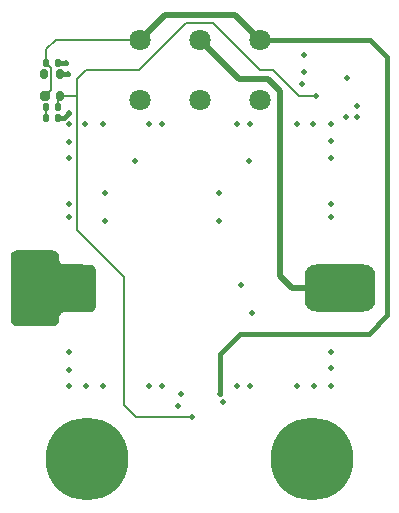
<source format=gbr>
%TF.GenerationSoftware,KiCad,Pcbnew,(5.99.0-12750-ge81b516a82)*%
%TF.CreationDate,2021-11-10T18:22:51+01:00*%
%TF.ProjectId,PrecisionCurrentSource,50726563-6973-4696-9f6e-43757272656e,A*%
%TF.SameCoordinates,Original*%
%TF.FileFunction,Copper,L4,Bot*%
%TF.FilePolarity,Positive*%
%FSLAX46Y46*%
G04 Gerber Fmt 4.6, Leading zero omitted, Abs format (unit mm)*
G04 Created by KiCad (PCBNEW (5.99.0-12750-ge81b516a82)) date 2021-11-10 18:22:51*
%MOMM*%
%LPD*%
G01*
G04 APERTURE LIST*
G04 Aperture macros list*
%AMRoundRect*
0 Rectangle with rounded corners*
0 $1 Rounding radius*
0 $2 $3 $4 $5 $6 $7 $8 $9 X,Y pos of 4 corners*
0 Add a 4 corners polygon primitive as box body*
4,1,4,$2,$3,$4,$5,$6,$7,$8,$9,$2,$3,0*
0 Add four circle primitives for the rounded corners*
1,1,$1+$1,$2,$3*
1,1,$1+$1,$4,$5*
1,1,$1+$1,$6,$7*
1,1,$1+$1,$8,$9*
0 Add four rect primitives between the rounded corners*
20,1,$1+$1,$2,$3,$4,$5,0*
20,1,$1+$1,$4,$5,$6,$7,0*
20,1,$1+$1,$6,$7,$8,$9,0*
20,1,$1+$1,$8,$9,$2,$3,0*%
G04 Aperture macros list end*
%TA.AperFunction,ComponentPad*%
%ADD10C,7.000000*%
%TD*%
%TA.AperFunction,ComponentPad*%
%ADD11C,1.800000*%
%TD*%
%TA.AperFunction,SMDPad,CuDef*%
%ADD12RoundRect,1.000000X2.000000X1.000000X-2.000000X1.000000X-2.000000X-1.000000X2.000000X-1.000000X0*%
%TD*%
%TA.AperFunction,SMDPad,CuDef*%
%ADD13RoundRect,0.135000X0.135000X0.185000X-0.135000X0.185000X-0.135000X-0.185000X0.135000X-0.185000X0*%
%TD*%
%TA.AperFunction,SMDPad,CuDef*%
%ADD14RoundRect,0.150000X0.150000X-0.250000X0.150000X0.250000X-0.150000X0.250000X-0.150000X-0.250000X0*%
%TD*%
%TA.AperFunction,SMDPad,CuDef*%
%ADD15RoundRect,0.200000X0.200000X-0.200000X0.200000X0.200000X-0.200000X0.200000X-0.200000X-0.200000X0*%
%TD*%
%TA.AperFunction,SMDPad,CuDef*%
%ADD16RoundRect,0.147500X0.147500X0.172500X-0.147500X0.172500X-0.147500X-0.172500X0.147500X-0.172500X0*%
%TD*%
%TA.AperFunction,SMDPad,CuDef*%
%ADD17RoundRect,0.140000X-0.140000X-0.170000X0.140000X-0.170000X0.140000X0.170000X-0.140000X0.170000X0*%
%TD*%
%TA.AperFunction,ViaPad*%
%ADD18C,0.500000*%
%TD*%
%TA.AperFunction,Conductor*%
%ADD19C,0.400000*%
%TD*%
%TA.AperFunction,Conductor*%
%ADD20C,0.500000*%
%TD*%
%TA.AperFunction,Conductor*%
%ADD21C,0.200000*%
%TD*%
G04 APERTURE END LIST*
D10*
%TO.P,H1,1,1*%
%TO.N,+1V5*%
X155550000Y-127500000D03*
%TD*%
%TO.P,H2,1,1*%
%TO.N,Net-(H2-Pad1)*%
X136500000Y-127500000D03*
%TD*%
D11*
%TO.P,SW1,1,A*%
%TO.N,Net-(R3-Pad1)*%
X151080000Y-97040000D03*
%TO.P,SW1,2,B*%
%TO.N,Net-(H2-Pad1)*%
X146000000Y-97040000D03*
%TO.P,SW1,3,C*%
%TO.N,Net-(R5-Pad1)*%
X140920000Y-97040000D03*
%TO.P,SW1,4,A*%
%TO.N,+BATT*%
X151080000Y-91960000D03*
%TO.P,SW1,5,B*%
%TO.N,Net-(BT1-Pad1)*%
X146000000Y-91960000D03*
%TO.P,SW1,6,C*%
%TO.N,+BATT*%
X140920000Y-91960000D03*
%TD*%
D12*
%TO.P,BT1,1,+*%
%TO.N,Net-(BT1-Pad1)*%
X157900000Y-113000000D03*
%TO.P,BT1,2,-*%
%TO.N,GND*%
X134100000Y-113000000D03*
%TD*%
D13*
%TO.P,R1,1*%
%TO.N,/PWR_EN*%
X134010000Y-97700000D03*
%TO.P,R1,2*%
%TO.N,Net-(D1-Pad2)*%
X132990000Y-97700000D03*
%TD*%
D14*
%TO.P,U1,1,VOUT*%
%TO.N,/PWR_EN*%
X134150000Y-96750000D03*
D15*
%TO.P,U1,2,VDD*%
%TO.N,+BATT*%
X132900000Y-96750000D03*
D14*
%TO.P,U1,3,NC*%
%TO.N,unconnected-(U1-Pad3)*%
X132850000Y-94850000D03*
%TO.P,U1,4,GND*%
%TO.N,GND*%
X134150000Y-94850000D03*
%TD*%
D16*
%TO.P,D1,1,K*%
%TO.N,GND*%
X133985000Y-98600000D03*
%TO.P,D1,2,A*%
%TO.N,Net-(D1-Pad2)*%
X133015000Y-98600000D03*
%TD*%
D17*
%TO.P,C2,1*%
%TO.N,+BATT*%
X133020000Y-93900000D03*
%TO.P,C2,2*%
%TO.N,GND*%
X133980000Y-93900000D03*
%TD*%
D18*
%TO.N,GND*%
X130400000Y-110200000D03*
X131500000Y-115700000D03*
X144400000Y-122000000D03*
X142800000Y-99100000D03*
X149200000Y-99100000D03*
X147600000Y-104900000D03*
X134900000Y-119900000D03*
X134900000Y-102000000D03*
X136300000Y-99100000D03*
X157100000Y-118400000D03*
X144200000Y-123000000D03*
X157100000Y-107000000D03*
X134900000Y-99100000D03*
X149500000Y-112700000D03*
X155600000Y-99100000D03*
X142800000Y-121300000D03*
X157100000Y-119800000D03*
X130400000Y-113500000D03*
X141700000Y-121300000D03*
X130400000Y-114600000D03*
X141700000Y-99100000D03*
X157100000Y-99100000D03*
X148000000Y-122600000D03*
X154200000Y-121300000D03*
X158500000Y-95200000D03*
X154800000Y-93300000D03*
X155700000Y-121300000D03*
X134870000Y-94850000D03*
X157100000Y-105900000D03*
X134900000Y-100600000D03*
X132600000Y-110200000D03*
X130400000Y-112400000D03*
X130400000Y-115700000D03*
X150300000Y-121300000D03*
X140565000Y-102200000D03*
X134900000Y-118400000D03*
X154700000Y-95700000D03*
X134900000Y-121300000D03*
X138000000Y-104900000D03*
X150300000Y-99100000D03*
X137800000Y-99100000D03*
X134900000Y-105900000D03*
X150165000Y-102200000D03*
X136400000Y-121300000D03*
X157100000Y-102000000D03*
X157100000Y-121300000D03*
X134900000Y-107000000D03*
X154200000Y-99100000D03*
X157100000Y-100500000D03*
X154800000Y-94700000D03*
X130400000Y-111300000D03*
X131500000Y-110200000D03*
X149200000Y-121300000D03*
X137800000Y-121300000D03*
X132600000Y-115700000D03*
X134700000Y-93900000D03*
X134900000Y-98150000D03*
%TO.N,+BATT*%
X147687173Y-121974346D03*
%TO.N,+4V5*%
X159300000Y-97600000D03*
X150400000Y-115075000D03*
X159300000Y-98500000D03*
X138000000Y-107300000D03*
X158400000Y-98500000D03*
X147600000Y-107300000D03*
%TO.N,/PWR_EN*%
X145350000Y-123900000D03*
X155850000Y-96700000D03*
%TD*%
D19*
%TO.N,+BATT*%
X161900000Y-93400000D02*
X160460000Y-91960000D01*
X161900000Y-115300000D02*
X161900000Y-93400000D01*
X160300000Y-116900000D02*
X161900000Y-115300000D01*
X149400000Y-116900000D02*
X160300000Y-116900000D01*
X147687173Y-121974346D02*
X147687173Y-118612827D01*
X147687173Y-118612827D02*
X149400000Y-116900000D01*
X160460000Y-91960000D02*
X151080000Y-91960000D01*
D20*
%TO.N,Net-(BT1-Pad1)*%
X152800000Y-96300000D02*
X152800000Y-112000000D01*
X146000000Y-91960000D02*
X149340000Y-95300000D01*
X149340000Y-95300000D02*
X151800000Y-95300000D01*
X151800000Y-95300000D02*
X152800000Y-96300000D01*
X153800000Y-113000000D02*
X157900000Y-113000000D01*
X152800000Y-112000000D02*
X153800000Y-113000000D01*
D19*
%TO.N,GND*%
X134900000Y-98150000D02*
X134475000Y-98575000D01*
X134475000Y-98575000D02*
X133985000Y-98575000D01*
X134700000Y-93900000D02*
X133980000Y-93900000D01*
X134870000Y-94850000D02*
X134150000Y-94850000D01*
D21*
%TO.N,+BATT*%
X132900000Y-96750000D02*
X133449520Y-96200480D01*
X133020000Y-92780000D02*
X133840000Y-91960000D01*
X133840000Y-91960000D02*
X140920000Y-91960000D01*
D20*
X143030000Y-89850000D02*
X148970000Y-89850000D01*
D21*
X133449520Y-96200480D02*
X133449520Y-94329520D01*
X133449520Y-94329520D02*
X133020000Y-93900000D01*
D20*
X148970000Y-89850000D02*
X151080000Y-91960000D01*
X140920000Y-91960000D02*
X143030000Y-89850000D01*
D21*
X133020000Y-93900000D02*
X133020000Y-92780000D01*
%TO.N,Net-(D1-Pad2)*%
X132990000Y-97500000D02*
X132990000Y-98375000D01*
X132990000Y-98375000D02*
X133015000Y-98400000D01*
%TO.N,/PWR_EN*%
X135650000Y-95250000D02*
X135650000Y-96750000D01*
X155850000Y-96700000D02*
X154400000Y-96700000D01*
X136400000Y-94500000D02*
X135650000Y-95250000D01*
X144850000Y-90550000D02*
X140900000Y-94500000D01*
X140600000Y-123900000D02*
X145350000Y-123900000D01*
X134010000Y-97700000D02*
X134010000Y-96890000D01*
X152200000Y-94500000D02*
X151100000Y-94500000D01*
X135650000Y-108100000D02*
X139600000Y-112050000D01*
X139600000Y-122900000D02*
X140600000Y-123900000D01*
X139600000Y-112050000D02*
X139600000Y-122900000D01*
X147150000Y-90550000D02*
X144850000Y-90550000D01*
X154400000Y-96700000D02*
X152200000Y-94500000D01*
X151100000Y-94500000D02*
X147150000Y-90550000D01*
X135650000Y-96750000D02*
X135650000Y-108100000D01*
X134010000Y-96890000D02*
X134150000Y-96750000D01*
X134150000Y-96750000D02*
X135650000Y-96750000D01*
X140900000Y-94500000D02*
X136400000Y-94500000D01*
%TD*%
%TA.AperFunction,Conductor*%
%TO.N,GND*%
G36*
X133601964Y-109799154D02*
G01*
X133691176Y-109810852D01*
X133711995Y-109813582D01*
X133736954Y-109820255D01*
X133740792Y-109821842D01*
X133833457Y-109860161D01*
X133855837Y-109873063D01*
X133858061Y-109874767D01*
X133938729Y-109936579D01*
X133957011Y-109954835D01*
X134020644Y-110037633D01*
X134033579Y-110059995D01*
X134073624Y-110156442D01*
X134080333Y-110181393D01*
X134094918Y-110291398D01*
X134095777Y-110304314D01*
X134095965Y-110498868D01*
X134113092Y-110628133D01*
X134163061Y-110748574D01*
X134242472Y-110852000D01*
X134345925Y-110931375D01*
X134351907Y-110933854D01*
X134351908Y-110933855D01*
X134460394Y-110978820D01*
X134460396Y-110978821D01*
X134466383Y-110981302D01*
X134595654Y-110998385D01*
X135247693Y-110998789D01*
X136693821Y-110999686D01*
X136706738Y-111000540D01*
X136816746Y-111015087D01*
X136841693Y-111021785D01*
X136938149Y-111061791D01*
X136960509Y-111074714D01*
X137043331Y-111138312D01*
X137061591Y-111156583D01*
X137125136Y-111239442D01*
X137138048Y-111261818D01*
X137177992Y-111358294D01*
X137184676Y-111383248D01*
X137199154Y-111493262D01*
X137200000Y-111506179D01*
X137200000Y-114493512D01*
X137199153Y-114506434D01*
X137184664Y-114616487D01*
X137177975Y-114641451D01*
X137138001Y-114737957D01*
X137125079Y-114760339D01*
X137061487Y-114843213D01*
X137043213Y-114861487D01*
X136960339Y-114925079D01*
X136937957Y-114938001D01*
X136841451Y-114977975D01*
X136816487Y-114984664D01*
X136706434Y-114999153D01*
X136693512Y-115000000D01*
X134600000Y-115000000D01*
X134470590Y-115017037D01*
X134350000Y-115066987D01*
X134344858Y-115070933D01*
X134344854Y-115070935D01*
X134253617Y-115140945D01*
X134246447Y-115146447D01*
X134242496Y-115151596D01*
X134170935Y-115244854D01*
X134170933Y-115244858D01*
X134166987Y-115250000D01*
X134117037Y-115370590D01*
X134100000Y-115500000D01*
X134100000Y-115693512D01*
X134099153Y-115706434D01*
X134084664Y-115816487D01*
X134077975Y-115841451D01*
X134038001Y-115937957D01*
X134025079Y-115960339D01*
X133961487Y-116043213D01*
X133943213Y-116061487D01*
X133860339Y-116125079D01*
X133837957Y-116138001D01*
X133741451Y-116177975D01*
X133716487Y-116184664D01*
X133606434Y-116199153D01*
X133593512Y-116200000D01*
X130506488Y-116200000D01*
X130493566Y-116199153D01*
X130383513Y-116184664D01*
X130358549Y-116177975D01*
X130262043Y-116138001D01*
X130239661Y-116125079D01*
X130156787Y-116061487D01*
X130138513Y-116043213D01*
X130074921Y-115960339D01*
X130061999Y-115937957D01*
X130022025Y-115841451D01*
X130015336Y-115816487D01*
X130000847Y-115706434D01*
X130000000Y-115693512D01*
X130000000Y-110306255D01*
X130000846Y-110293336D01*
X130015327Y-110183311D01*
X130022012Y-110158356D01*
X130061963Y-110061872D01*
X130074878Y-110039494D01*
X130138436Y-109956631D01*
X130156700Y-109938359D01*
X130239529Y-109874766D01*
X130261896Y-109861842D01*
X130358371Y-109821841D01*
X130383311Y-109815148D01*
X130493344Y-109800613D01*
X130506248Y-109799762D01*
X130777084Y-109799635D01*
X132026790Y-109799048D01*
X132895503Y-109798640D01*
X133589048Y-109798314D01*
X133601964Y-109799154D01*
G37*
%TD.AperFunction*%
%TD*%
M02*

</source>
